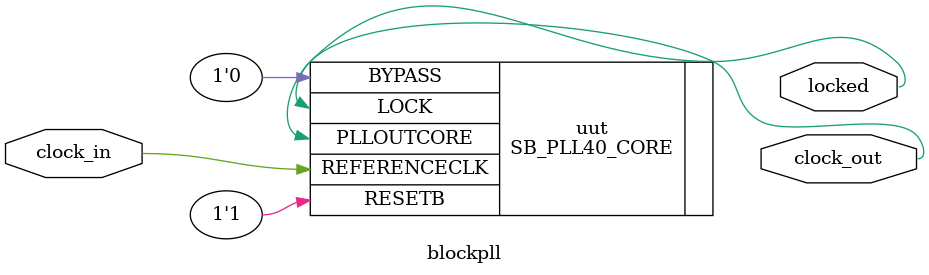
<source format=sv>
/**
 * PLL configuration
 *
 * This Verilog module was generated automatically
 * using the icepll tool from the IceStorm project.
 * Use at your own risk.
 *
 * Given input frequency:        12.000 MHz
 * Requested output frequency:   16.000 MHz
 * Achieved output frequency:    15.938 MHz
 */

module blockpll(
	input  clock_in,
	output clock_out,
	output locked
	);

SB_PLL40_CORE #(
		.FEEDBACK_PATH("SIMPLE"),
		.DIVR(4'b0000),		// DIVR =  0
		.DIVF(7'b1010100),	// DIVF = 84
		.DIVQ(3'b110),		// DIVQ =  6
		.FILTER_RANGE(3'b001)	// FILTER_RANGE = 1
	) uut (
		.LOCK(locked),
		.RESETB(1'b1),
		.BYPASS(1'b0),
		.REFERENCECLK(clock_in),
		.PLLOUTCORE(clock_out)
		);

endmodule

</source>
